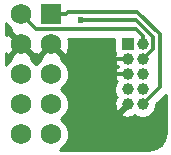
<source format=gbr>
G04 #@! TF.FileFunction,Copper,L1,Top,Signal*
%FSLAX46Y46*%
G04 Gerber Fmt 4.6, Leading zero omitted, Abs format (unit mm)*
G04 Created by KiCad (PCBNEW 4.0.0-rc1-stable) date 11/11/2015 5:52:51 PM*
%MOMM*%
G01*
G04 APERTURE LIST*
%ADD10C,0.100000*%
%ADD11R,1.000000X1.000000*%
%ADD12C,1.000000*%
%ADD13R,1.750000X1.750000*%
%ADD14C,1.750000*%
%ADD15C,0.600000*%
%ADD16C,0.350000*%
%ADD17C,0.254000*%
G04 APERTURE END LIST*
D10*
D11*
X156845000Y-107696000D03*
D12*
X158115000Y-107696000D03*
X156845000Y-108966000D03*
X158115000Y-108966000D03*
X156845000Y-110236000D03*
X158115000Y-110236000D03*
X156845000Y-111506000D03*
X158115000Y-111506000D03*
X156845000Y-112776000D03*
X158115000Y-112776000D03*
D13*
X150368000Y-105156000D03*
D14*
X147828000Y-105156000D03*
X150368000Y-107696000D03*
X147828000Y-107696000D03*
X150368000Y-110236000D03*
X147828000Y-110236000D03*
X150368000Y-112776000D03*
X147828000Y-112776000D03*
X150368000Y-115316000D03*
X147828000Y-115316000D03*
D15*
X152908000Y-105664000D03*
D16*
X150368000Y-105156000D02*
X151593000Y-105156000D01*
X151593000Y-105156000D02*
X151760001Y-104988999D01*
X151760001Y-104988999D02*
X157670766Y-104988999D01*
X157670766Y-104988999D02*
X159540011Y-106858243D01*
X159540011Y-106858243D02*
X159540011Y-111350989D01*
X159540011Y-111350989D02*
X158614999Y-112276001D01*
X158614999Y-112276001D02*
X158115000Y-112776000D01*
X158115000Y-107696000D02*
X158115000Y-106988894D01*
X158115000Y-106988894D02*
X157532107Y-106406001D01*
X157532107Y-106406001D02*
X149078001Y-106406001D01*
X149078001Y-106406001D02*
X148702999Y-106030999D01*
X148702999Y-106030999D02*
X147828000Y-105156000D01*
X156845000Y-110236000D02*
X152908000Y-110236000D01*
X152908000Y-110236000D02*
X150368000Y-107696000D01*
X156845000Y-108966000D02*
X151638000Y-108966000D01*
X151638000Y-108966000D02*
X150368000Y-107696000D01*
X158115000Y-108966000D02*
X158990001Y-108090999D01*
X158990001Y-108090999D02*
X158990001Y-107086064D01*
X158990001Y-107086064D02*
X157567937Y-105664000D01*
X157567937Y-105664000D02*
X152908000Y-105664000D01*
D17*
G36*
X146547138Y-106010229D02*
X146971537Y-106435370D01*
X147006024Y-106449690D01*
X146945545Y-106633940D01*
X147828000Y-107516395D01*
X147842143Y-107502253D01*
X148021748Y-107681858D01*
X148007605Y-107696000D01*
X148890060Y-108578455D01*
X149098000Y-108510200D01*
X149305940Y-108578455D01*
X150188395Y-107696000D01*
X150174253Y-107681858D01*
X150353858Y-107502253D01*
X150368000Y-107516395D01*
X150382143Y-107502253D01*
X150561748Y-107681858D01*
X150547605Y-107696000D01*
X151430060Y-108578455D01*
X151683953Y-108495116D01*
X151889590Y-107930694D01*
X151863579Y-107330542D01*
X151816135Y-107216001D01*
X155697560Y-107216001D01*
X155697560Y-108196000D01*
X155741838Y-108431317D01*
X155797845Y-108518355D01*
X155696888Y-108820972D01*
X155728783Y-109271375D01*
X155839783Y-109539352D01*
X155995662Y-109566270D01*
X156030392Y-109601000D01*
X155995662Y-109635730D01*
X155839783Y-109662648D01*
X155696888Y-110090972D01*
X155728783Y-110541375D01*
X155839783Y-110809352D01*
X155922092Y-110823566D01*
X155883355Y-110862235D01*
X155710197Y-111279244D01*
X155709803Y-111730775D01*
X155882233Y-112148086D01*
X155922449Y-112188373D01*
X155839783Y-112202648D01*
X155696888Y-112630972D01*
X155728783Y-113081375D01*
X155839783Y-113349352D01*
X156054896Y-113386499D01*
X156665395Y-112776000D01*
X156651253Y-112761858D01*
X156772173Y-112640937D01*
X156917955Y-112641065D01*
X156980063Y-112703173D01*
X156979936Y-112848954D01*
X156859143Y-112969748D01*
X156845000Y-112955605D01*
X156234501Y-113566104D01*
X156271648Y-113781217D01*
X156699972Y-113924112D01*
X157150375Y-113892217D01*
X157418352Y-113781217D01*
X157432566Y-113698908D01*
X157471235Y-113737645D01*
X157888244Y-113910803D01*
X158339775Y-113911197D01*
X158757086Y-113738767D01*
X159076645Y-113419765D01*
X159249803Y-113002756D01*
X159249992Y-112786520D01*
X160072000Y-111964513D01*
X160072000Y-115246069D01*
X159958517Y-115816586D01*
X159674961Y-116240958D01*
X159250585Y-116524518D01*
X158680069Y-116638000D01*
X151122668Y-116638000D01*
X151222229Y-116596862D01*
X151647370Y-116172463D01*
X151877738Y-115617675D01*
X151878262Y-115016960D01*
X151648862Y-114461771D01*
X151233464Y-114045647D01*
X151647370Y-113632463D01*
X151877738Y-113077675D01*
X151878262Y-112476960D01*
X151648862Y-111921771D01*
X151233464Y-111505647D01*
X151647370Y-111092463D01*
X151877738Y-110537675D01*
X151878262Y-109936960D01*
X151648862Y-109381771D01*
X151224463Y-108956630D01*
X151189976Y-108942310D01*
X151250455Y-108758060D01*
X150368000Y-107875605D01*
X149485545Y-108758060D01*
X149545880Y-108941871D01*
X149513771Y-108955138D01*
X149097647Y-109370536D01*
X148684463Y-108956630D01*
X148649976Y-108942310D01*
X148710455Y-108758060D01*
X147828000Y-107875605D01*
X146945545Y-108758060D01*
X147005880Y-108941871D01*
X146973771Y-108955138D01*
X146548630Y-109379537D01*
X146506000Y-109482201D01*
X146506000Y-108480517D01*
X146512047Y-108495116D01*
X146765940Y-108578455D01*
X147648395Y-107696000D01*
X146765940Y-106813545D01*
X146512047Y-106896884D01*
X146506000Y-106913481D01*
X146506000Y-105910668D01*
X146547138Y-106010229D01*
X146547138Y-106010229D01*
G37*
X146547138Y-106010229D02*
X146971537Y-106435370D01*
X147006024Y-106449690D01*
X146945545Y-106633940D01*
X147828000Y-107516395D01*
X147842143Y-107502253D01*
X148021748Y-107681858D01*
X148007605Y-107696000D01*
X148890060Y-108578455D01*
X149098000Y-108510200D01*
X149305940Y-108578455D01*
X150188395Y-107696000D01*
X150174253Y-107681858D01*
X150353858Y-107502253D01*
X150368000Y-107516395D01*
X150382143Y-107502253D01*
X150561748Y-107681858D01*
X150547605Y-107696000D01*
X151430060Y-108578455D01*
X151683953Y-108495116D01*
X151889590Y-107930694D01*
X151863579Y-107330542D01*
X151816135Y-107216001D01*
X155697560Y-107216001D01*
X155697560Y-108196000D01*
X155741838Y-108431317D01*
X155797845Y-108518355D01*
X155696888Y-108820972D01*
X155728783Y-109271375D01*
X155839783Y-109539352D01*
X155995662Y-109566270D01*
X156030392Y-109601000D01*
X155995662Y-109635730D01*
X155839783Y-109662648D01*
X155696888Y-110090972D01*
X155728783Y-110541375D01*
X155839783Y-110809352D01*
X155922092Y-110823566D01*
X155883355Y-110862235D01*
X155710197Y-111279244D01*
X155709803Y-111730775D01*
X155882233Y-112148086D01*
X155922449Y-112188373D01*
X155839783Y-112202648D01*
X155696888Y-112630972D01*
X155728783Y-113081375D01*
X155839783Y-113349352D01*
X156054896Y-113386499D01*
X156665395Y-112776000D01*
X156651253Y-112761858D01*
X156772173Y-112640937D01*
X156917955Y-112641065D01*
X156980063Y-112703173D01*
X156979936Y-112848954D01*
X156859143Y-112969748D01*
X156845000Y-112955605D01*
X156234501Y-113566104D01*
X156271648Y-113781217D01*
X156699972Y-113924112D01*
X157150375Y-113892217D01*
X157418352Y-113781217D01*
X157432566Y-113698908D01*
X157471235Y-113737645D01*
X157888244Y-113910803D01*
X158339775Y-113911197D01*
X158757086Y-113738767D01*
X159076645Y-113419765D01*
X159249803Y-113002756D01*
X159249992Y-112786520D01*
X160072000Y-111964513D01*
X160072000Y-115246069D01*
X159958517Y-115816586D01*
X159674961Y-116240958D01*
X159250585Y-116524518D01*
X158680069Y-116638000D01*
X151122668Y-116638000D01*
X151222229Y-116596862D01*
X151647370Y-116172463D01*
X151877738Y-115617675D01*
X151878262Y-115016960D01*
X151648862Y-114461771D01*
X151233464Y-114045647D01*
X151647370Y-113632463D01*
X151877738Y-113077675D01*
X151878262Y-112476960D01*
X151648862Y-111921771D01*
X151233464Y-111505647D01*
X151647370Y-111092463D01*
X151877738Y-110537675D01*
X151878262Y-109936960D01*
X151648862Y-109381771D01*
X151224463Y-108956630D01*
X151189976Y-108942310D01*
X151250455Y-108758060D01*
X150368000Y-107875605D01*
X149485545Y-108758060D01*
X149545880Y-108941871D01*
X149513771Y-108955138D01*
X149097647Y-109370536D01*
X148684463Y-108956630D01*
X148649976Y-108942310D01*
X148710455Y-108758060D01*
X147828000Y-107875605D01*
X146945545Y-108758060D01*
X147005880Y-108941871D01*
X146973771Y-108955138D01*
X146548630Y-109379537D01*
X146506000Y-109482201D01*
X146506000Y-108480517D01*
X146512047Y-108495116D01*
X146765940Y-108578455D01*
X147648395Y-107696000D01*
X146765940Y-106813545D01*
X146512047Y-106896884D01*
X146506000Y-106913481D01*
X146506000Y-105910668D01*
X146547138Y-106010229D01*
G36*
X156980063Y-110163173D02*
X156979935Y-110308955D01*
X156917827Y-110371063D01*
X156772046Y-110370936D01*
X156651253Y-110250143D01*
X156665395Y-110236000D01*
X156651253Y-110221858D01*
X156763497Y-110109613D01*
X156915723Y-110098833D01*
X156980063Y-110163173D01*
X156980063Y-110163173D01*
G37*
X156980063Y-110163173D02*
X156979935Y-110308955D01*
X156917827Y-110371063D01*
X156772046Y-110370936D01*
X156651253Y-110250143D01*
X156665395Y-110236000D01*
X156651253Y-110221858D01*
X156763497Y-110109613D01*
X156915723Y-110098833D01*
X156980063Y-110163173D01*
G36*
X156980063Y-108893173D02*
X156979935Y-109038955D01*
X156926503Y-109092387D01*
X156774276Y-109103166D01*
X156651253Y-108980143D01*
X156665395Y-108966000D01*
X156651253Y-108951858D01*
X156759670Y-108843440D01*
X156930330Y-108843440D01*
X156980063Y-108893173D01*
X156980063Y-108893173D01*
G37*
X156980063Y-108893173D02*
X156979935Y-109038955D01*
X156926503Y-109092387D01*
X156774276Y-109103166D01*
X156651253Y-108980143D01*
X156665395Y-108966000D01*
X156651253Y-108951858D01*
X156759670Y-108843440D01*
X156930330Y-108843440D01*
X156980063Y-108893173D01*
M02*

</source>
